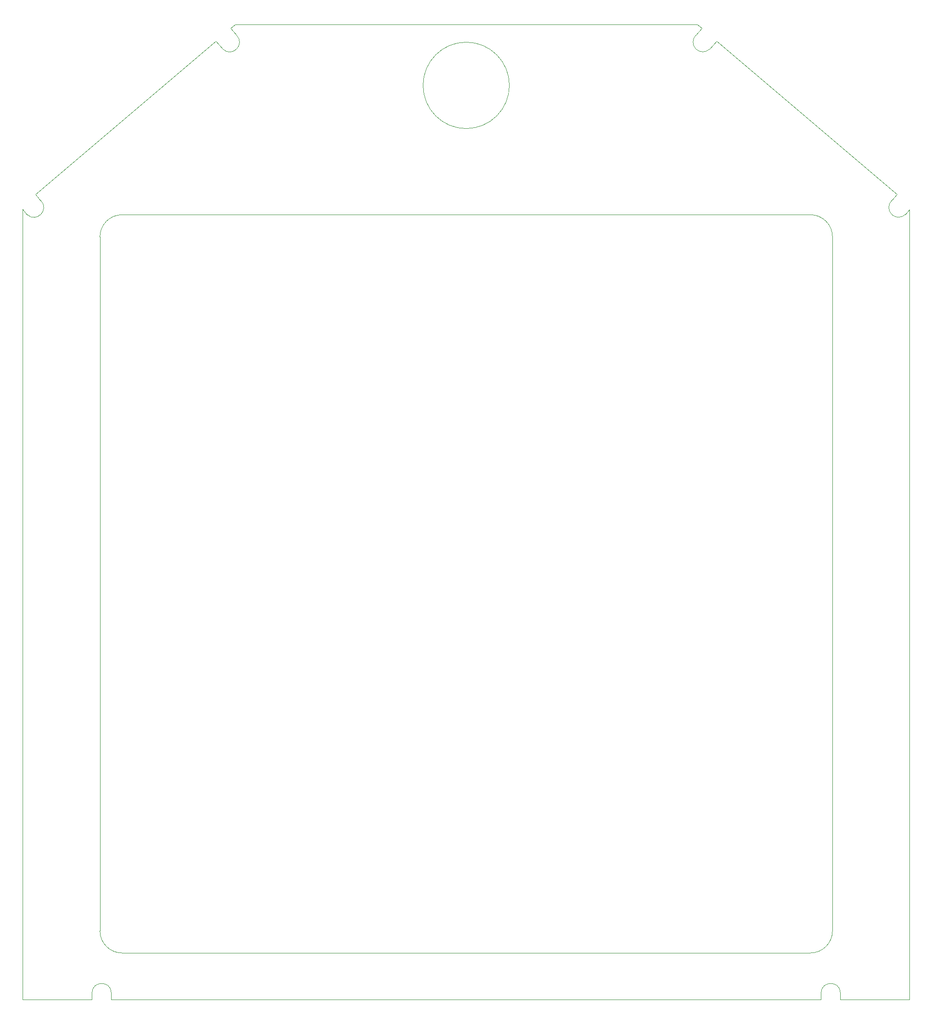
<source format=gbr>
G04 #@! TF.GenerationSoftware,KiCad,Pcbnew,(5.1.9)-1*
G04 #@! TF.CreationDate,2021-08-29T10:45:46-06:00*
G04 #@! TF.ProjectId,ampcd_button_board,616d7063-645f-4627-9574-746f6e5f626f,rev?*
G04 #@! TF.SameCoordinates,Original*
G04 #@! TF.FileFunction,Profile,NP*
%FSLAX46Y46*%
G04 Gerber Fmt 4.6, Leading zero omitted, Abs format (unit mm)*
G04 Created by KiCad (PCBNEW (5.1.9)-1) date 2021-08-29 10:45:46*
%MOMM*%
%LPD*%
G01*
G04 APERTURE LIST*
G04 #@! TA.AperFunction,Profile*
%ADD10C,0.100000*%
G04 #@! TD*
G04 APERTURE END LIST*
D10*
X157533624Y63268990D02*
X283899622Y63268990D01*
X153469624Y194651490D02*
X153469624Y67332990D01*
X283899622Y198715490D02*
X157533624Y198715490D01*
X287963622Y67332990D02*
X287963622Y194651490D01*
X287963622Y67332990D02*
G75*
G02*
X283899622Y63268990I-4064000J0D01*
G01*
X157533624Y63268990D02*
G75*
G02*
X153469624Y67332990I0J4064000D01*
G01*
X153469624Y194651490D02*
G75*
G02*
X157533624Y198715490I4064000J0D01*
G01*
X283899622Y198715490D02*
G75*
G02*
X287963622Y194651490I0J-4064000D01*
G01*
X228641789Y222451291D02*
G75*
G03*
X228641789Y222451291I-7925166J0D01*
G01*
X263134623Y233627291D02*
X178298623Y233627291D01*
X263960123Y232928791D02*
X263134623Y233627291D01*
X262880624Y231658790D02*
X263960123Y232928791D01*
X301361622Y198778491D02*
X302123623Y199654791D01*
X298821624Y201318489D02*
X299774123Y202448791D01*
X266690623Y230579291D02*
X299774123Y202448791D01*
X265420622Y229118792D02*
X266690623Y230579291D01*
X265420622Y229118792D02*
G75*
G02*
X262880624Y231658790I-1269999J1269999D01*
G01*
X301361622Y198778491D02*
G75*
G02*
X298821624Y201318489I-1269999J1269999D01*
G01*
X142611622Y201318489D02*
X141659122Y202461491D01*
X139246122Y199730991D02*
X139246122Y54760491D01*
X140071624Y198778491D02*
X139246122Y199730991D01*
X152009622Y54760491D02*
X139246122Y54760491D01*
X152009624Y55903491D02*
X152009622Y54760491D01*
X155565622Y54760491D02*
X155565624Y55903491D01*
X285867622Y54760491D02*
X155565622Y54760491D01*
X285867622Y55903491D02*
X285867622Y54760491D01*
X302123622Y54760491D02*
X302123623Y199654791D01*
X289423622Y54760491D02*
X302123622Y54760491D01*
X289423622Y55903491D02*
X289423622Y54760491D01*
X285867622Y55903491D02*
G75*
G02*
X289423622Y55903491I1778000J0D01*
G01*
X152009624Y55903491D02*
G75*
G02*
X155565624Y55903491I1778000J0D01*
G01*
X142611622Y201318489D02*
G75*
G02*
X140071624Y198778491I-1269999J-1269999D01*
G01*
X174742623Y230579291D02*
X141659122Y202461491D01*
X176012624Y229118792D02*
X174742623Y230579291D01*
X177473123Y232928791D02*
X178298623Y233627291D01*
X178552622Y231658790D02*
X177473123Y232928791D01*
X178552622Y231658790D02*
G75*
G02*
X176012624Y229118792I-1269999J-1269999D01*
G01*
M02*

</source>
